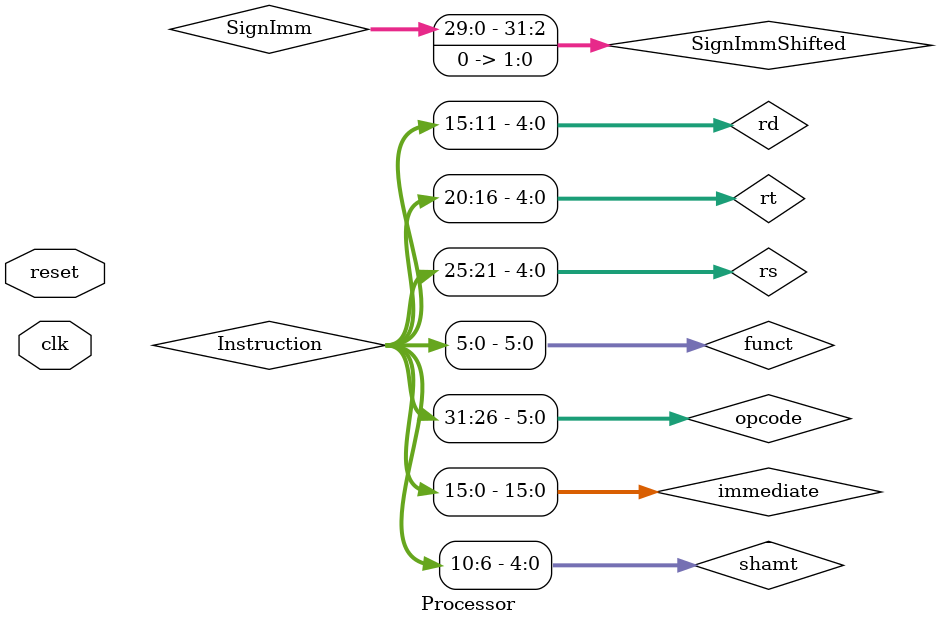
<source format=v>
module Processor (
    input clk,
    input reset
);

    // Declare all wires and registers needed for connections
    wire [31:0] PC, nextPC, PCPlus4, PCBranch;
    wire [31:0] Instruction;
    wire [5:0] opcode, funct;
    wire [4:0] rs, rt, rd, shamt;
    wire [15:0] immediate;
    wire [31:0] SignImm, SignImmShifted;
    wire [31:0] SrcA, SrcB, ALUResult, ALUOut;
    wire [31:0] ReadData1, ReadData2, WriteData;
    wire [31:0] ReadData;
    wire Zero, PCSrc;
    wire RegWrite, MemtoReg, MemWrite, Jump, Branch;
    wire [1:0] ALUOp;
    wire ALUSrc, RegDst;
    wire [3:0] ALUControlSignal;
    wire [4:0] WriteReg;

    // Instantiate all modules
    ProgramCounter pc (
        .clk(clk),
        .reset(reset),
        .nextPC(nextPC),
        .PC(PC)
    );

    InstructionMemory imem (
        .Address(PC),
        .Instruction(Instruction)
    );

    // Parse instruction fields
    assign opcode = Instruction[31:26];
    assign rs = Instruction[25:21];
    assign rt = Instruction[20:16];
    assign rd = Instruction[15:11];
    assign shamt = Instruction[10:6];
    assign funct = Instruction[5:0];
    assign immediate = Instruction[15:0];

    ControlUnit ctrl (
        .opcode(opcode),
        .funct(funct),
        .RegWriteD(RegWrite),
        .MemtoRegD(MemtoReg),
        .MemWriteD(MemWrite),
        .JumpD(Jump),
        .BranchD(Branch),
        .ALUControlD(ALUOp),
        .ALUSrcD(ALUSrc),
        .RegDstD(RegDst),
        .WBControl() // Not used in this simple implementation
    );

    ALUControl alu_ctrl (
        .ALUOp(ALUOp),
        .Funct(funct),
        .ALUControl(ALUControlSignal)
    );

    RegisterFile regfile (
        .clk(clk),
        .reset(reset),
        .RegWrite(RegWrite),
        .ReadReg1(rs),
        .ReadReg2(rt),
        .WriteReg(WriteReg),
        .WriteData(WriteData),
        .ReadData1(ReadData1),
        .ReadData2(ReadData2)
    );

    SignExtend signext (
        .immediate(immediate),
        .extended(SignImm)
    );

    ALU alu (
        .SrcA(ReadData1),
        .SrcB(SrcB),
        .ALUControl(ALUControlSignal),
        .Zero(Zero),
        .ALUResult(ALUResult)
    );

    DataMemory dmem (
        .clk(clk),
        .MemWrite(MemWrite),
        .Address(ALUResult),
        .WriteData(ReadData2),
        .ReadData(ReadData)
    );

    // Additional logic
    assign PCPlus4 = PC + 4;
    assign SignImmShifted = SignImm << 2;
    assign PCBranch = PCPlus4 + SignImmShifted;
    assign PCSrc = Branch & Zero;
    assign nextPC = Jump ? {PCPlus4[31:28], Instruction[25:0], 2'b00} :
                    PCSrc ? PCBranch : PCPlus4;
    assign WriteReg = RegDst ? rd : rt;
    assign SrcB = ALUSrc ? SignImm : ReadData2;
    assign WriteData = MemtoReg ? ReadData : ALUResult;

endmodule

</source>
